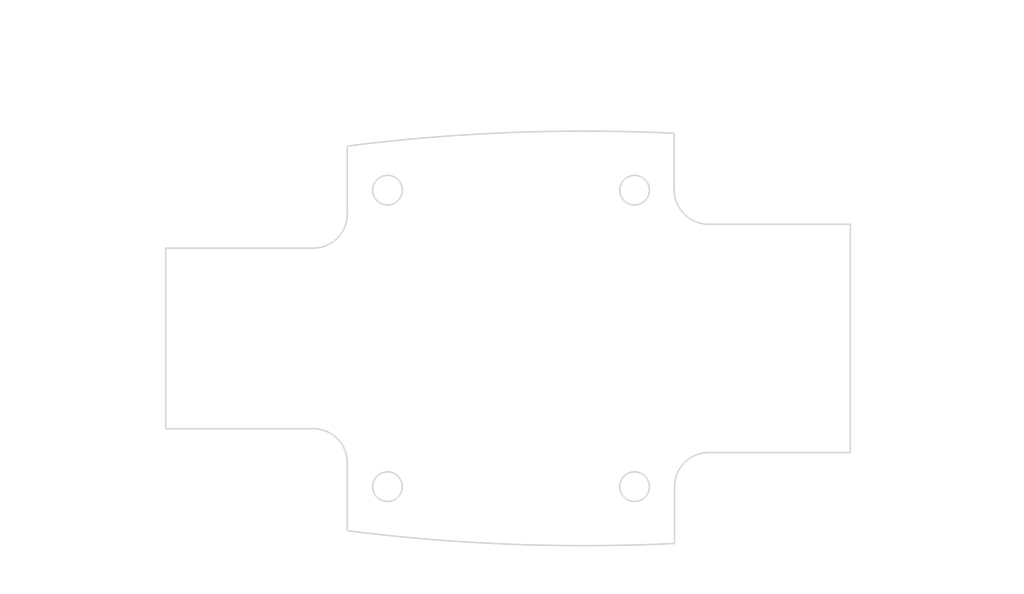
<source format=kicad_pcb>
(kicad_pcb (version 20190605) (host pcbnew "(5.99.0-29-gc3274e15f-dirty)")

  (general
    (thickness 1.6002)
    (drawings 30)
    (tracks 0)
    (modules 0)
    (nets 1)
  )

  (page "USLetter")
  (title_block
    (rev "1")
  )

  (layers
    (0 "Front" signal)
    (1 "In1.Cu" signal)
    (2 "In2.Cu" signal)
    (31 "Back" signal)
    (34 "B.Paste" user)
    (35 "F.Paste" user)
    (36 "B.SilkS" user)
    (37 "F.SilkS" user)
    (38 "B.Mask" user)
    (39 "F.Mask" user)
    (40 "Dwgs.User" user)
    (44 "Edge.Cuts" user)
    (45 "Margin" user)
    (46 "B.CrtYd" user)
    (47 "F.CrtYd" user)
    (49 "F.Fab" user)
  )

  (setup
    (last_trace_width 0.254)
    (user_trace_width 0.127)
    (user_trace_width 0.254)
    (user_trace_width 0.508)
    (user_trace_width 0.762)
    (trace_clearance 0.1524)
    (zone_clearance 0.508)
    (zone_45_only no)
    (trace_min 0.127)
    (via_size 0.6858)
    (via_drill 0.3302)
    (via_min_size 0.4572)
    (via_min_drill 0.254)
    (user_via 0.6858 0.3302)
    (user_via 0.889 0.381)
    (uvia_size 0.6858)
    (uvia_drill 0.3302)
    (uvias_allowed no)
    (uvia_min_size 0)
    (uvia_min_drill 0)
    (max_error 0.005)
    (defaults
      (edge_clearance 0.01)
      (edge_cuts_line_width 0.0381)
      (courtyard_line_width 0.05)
      (copper_line_width 0.254)
      (copper_text_dims (size 1.524 1.524) (thickness 0.3048) keep_upright)
      (silk_line_width 0.127)
      (silk_text_dims (size 0.762 0.762) (thickness 0.127) keep_upright)
      (other_layers_line_width 0.1)
      (other_layers_text_dims (size 1 1) (thickness 0.15) keep_upright)
    )
    (pad_size 1.524 1.524)
    (pad_drill 0.762)
    (pad_to_mask_clearance 0)
    (solder_mask_min_width 0.1016)
    (aux_axis_origin 0 0)
    (visible_elements FFFFFF7F)
    (pcbplotparams
      (layerselection 0x010fc_ffffffff)
      (usegerberextensions false)
      (usegerberattributes false)
      (usegerberadvancedattributes false)
      (creategerberjobfile false)
      (excludeedgelayer true)
      (linewidth 0.152400)
      (plotframeref false)
      (viasonmask false)
      (mode 1)
      (useauxorigin false)
      (hpglpennumber 1)
      (hpglpenspeed 20)
      (hpglpendiameter 15.000000)
      (psnegative false)
      (psa4output false)
      (plotreference true)
      (plotvalue false)
      (plotinvisibletext false)
      (padsonsilk false)
      (subtractmaskfromsilk true)
      (outputformat 1)
      (mirror false)
      (drillshape 0)
      (scaleselection 1)
      (outputdirectory "./gerbers"))
  )

  (net 0 "")

  (net_class "Default" "This is the default net class."
    (clearance 0.1524)
    (trace_width 0.254)
    (via_dia 0.6858)
    (via_drill 0.3302)
    (uvia_dia 0.6858)
    (uvia_drill 0.3302)
    (diff_pair_width 0.1524)
    (diff_pair_gap 0.254)
  )

  (gr_text "1553AA" (at 172 142.7) (layer "Dwgs.User")
    (effects (font (size 2 2) (thickness 0.15)))
  )
  (dimension 3 (width 0.1) (layer "Dwgs.User")
    (gr_text "3.000 mm" (at 157.74207 93.05) (layer "Dwgs.User")
      (effects (font (size 1 1) (thickness 0.15)))
    )
    (feature1 (pts (xy 159.24207 103.263076) (xy 159.24207 93.713579)))
    (feature2 (pts (xy 156.24207 103.263076) (xy 156.24207 93.713579)))
    (crossbar (pts (xy 156.24207 94.3) (xy 159.24207 94.3)))
    (arrow1a (pts (xy 159.24207 94.3) (xy 158.115566 94.886421)))
    (arrow1b (pts (xy 159.24207 94.3) (xy 158.115566 93.713579)))
    (arrow2a (pts (xy 156.24207 94.3) (xy 157.368574 94.886421)))
    (arrow2b (pts (xy 156.24207 94.3) (xy 157.368574 93.713579)))
  )
  (dimension 41.9 (width 0.1) (layer "Dwgs.User")
    (gr_text "41.900 mm" (at 195.75 118.25 -90) (layer "Dwgs.User")
      (effects (font (size 1 1) (thickness 0.15)))
    )
    (feature1 (pts (xy 153 97.3) (xy 195.086421 97.3)))
    (feature2 (pts (xy 153 139.2) (xy 195.086421 139.2)))
    (crossbar (pts (xy 194.5 139.2) (xy 194.5 97.3)))
    (arrow1a (pts (xy 194.5 97.3) (xy 195.086421 98.426504)))
    (arrow1b (pts (xy 194.5 97.3) (xy 193.913579 98.426504)))
    (arrow2a (pts (xy 194.5 139.2) (xy 195.086421 138.073496)))
    (arrow2b (pts (xy 194.5 139.2) (xy 193.913579 138.073496)))
  )
  (dimension 25 (width 0.1) (layer "Dwgs.User")
    (gr_text "25.000 mm" (at 145.24207 143.149999) (layer "Dwgs.User")
      (effects (font (size 1 1) (thickness 0.15)))
    )
    (feature1 (pts (xy 157.74207 133.263076) (xy 157.74207 142.48642)))
    (feature2 (pts (xy 132.74207 133.263076) (xy 132.74207 142.48642)))
    (crossbar (pts (xy 132.74207 141.899999) (xy 157.74207 141.899999)))
    (arrow1a (pts (xy 157.74207 141.899999) (xy 156.615566 142.48642)))
    (arrow1b (pts (xy 157.74207 141.899999) (xy 156.615566 141.313578)))
    (arrow2a (pts (xy 132.74207 141.899999) (xy 133.868574 142.48642)))
    (arrow2b (pts (xy 132.74207 141.899999) (xy 133.868574 141.313578)))
  )
  (dimension 22.437318 (width 0.1) (layer "Dwgs.User")
    (gr_text "22.437 mm" (at 121.523411 143.15) (layer "Dwgs.User")
      (effects (font (size 1 1) (thickness 0.15)))
    )
    (feature1 (pts (xy 132.74207 127.397703) (xy 132.74207 142.486421)))
    (feature2 (pts (xy 110.304752 127.397703) (xy 110.304752 142.486421)))
    (crossbar (pts (xy 110.304752 141.9) (xy 132.74207 141.9)))
    (arrow1a (pts (xy 132.74207 141.9) (xy 131.615566 142.486421)))
    (arrow1b (pts (xy 132.74207 141.9) (xy 131.615566 141.313579)))
    (arrow2a (pts (xy 110.304752 141.9) (xy 111.431256 142.486421)))
    (arrow2b (pts (xy 110.304752 141.9) (xy 111.431256 141.313579)))
  )
  (dimension 23.091255 (width 0.1) (layer "Dwgs.User")
    (gr_text "23.09 mm" (at 190.45 118.261792 -90) (layer "Dwgs.User")
      (effects (font (size 1 1) (thickness 0.15)))
    )
    (feature1 (pts (xy 179.568352 106.716166) (xy 189.78642 106.716165)))
    (feature2 (pts (xy 179.568355 129.807421) (xy 189.786423 129.80742)))
    (crossbar (pts (xy 189.200002 129.80742) (xy 189.199999 106.716165)))
    (arrow1a (pts (xy 189.199999 106.716165) (xy 189.78642 107.842669)))
    (arrow1b (pts (xy 189.199999 106.716165) (xy 188.613578 107.842669)))
    (arrow2a (pts (xy 189.200002 129.80742) (xy 189.786423 128.680916)))
    (arrow2b (pts (xy 189.200002 129.80742) (xy 188.613581 128.680916)))
  )
  (dimension 18.271819 (width 0.1) (layer "Dwgs.User")
    (gr_text "18.27 mm" (at 104.45 118.261793 270) (layer "Dwgs.User")
      (effects (font (size 1 1) (thickness 0.15)))
    )
    (feature1 (pts (xy 110.304752 127.397703) (xy 105.113579 127.397703)))
    (feature2 (pts (xy 110.304752 109.125884) (xy 105.113579 109.125884)))
    (crossbar (pts (xy 105.7 109.125884) (xy 105.7 127.397703)))
    (arrow1a (pts (xy 105.7 127.397703) (xy 105.113579 126.271199)))
    (arrow1b (pts (xy 105.7 127.397703) (xy 106.286421 126.271199)))
    (arrow2a (pts (xy 105.7 109.125884) (xy 105.113579 110.252388)))
    (arrow2b (pts (xy 105.7 109.125884) (xy 106.286421 110.252388)))
  )
  (dimension 30 (width 0.1) (layer "Dwgs.User")
    (gr_text "30.000 mm" (at 99.85 118.263076 270) (layer "Dwgs.User")
      (effects (font (size 1 1) (thickness 0.15)))
    )
    (feature1 (pts (xy 132.74207 133.263076) (xy 100.513579 133.263076)))
    (feature2 (pts (xy 132.74207 103.263076) (xy 100.513579 103.263076)))
    (crossbar (pts (xy 101.1 103.263076) (xy 101.1 133.263076)))
    (arrow1a (pts (xy 101.1 133.263076) (xy 100.513579 132.136572)))
    (arrow1b (pts (xy 101.1 133.263076) (xy 101.686421 132.136572)))
    (arrow2a (pts (xy 101.1 103.263076) (xy 100.513579 104.38958)))
    (arrow2b (pts (xy 101.1 103.263076) (xy 101.686421 104.38958)))
  )
  (dimension 38.916887 (width 0.1) (layer "Dwgs.User")
    (gr_text "38.92 mm" (at 94.952667 118.261183 270) (layer "Dwgs.User")
      (effects (font (size 1 1) (thickness 0.15)))
    )
    (feature1 (pts (xy 128.671192 137.719324) (xy 95.616421 137.719621)))
    (feature2 (pts (xy 128.670842 98.802437) (xy 95.616071 98.802734)))
    (crossbar (pts (xy 96.202492 98.802729) (xy 96.202842 137.719616)))
    (arrow1a (pts (xy 96.202842 137.719616) (xy 95.616411 136.593118)))
    (arrow1b (pts (xy 96.202842 137.719616) (xy 96.789253 136.593107)))
    (arrow2a (pts (xy 96.202492 98.802729) (xy 95.616081 99.929238)))
    (arrow2b (pts (xy 96.202492 98.802729) (xy 96.788923 99.929227)))
  )
  (dimension 69.2636 (width 0.1) (layer "Dwgs.User")
    (gr_text "69.26 mm" (at 144.936552 84.770444) (layer "Dwgs.User")
      (effects (font (size 1 1) (thickness 0.15)))
    )
    (feature1 (pts (xy 110.304752 106.716166) (xy 110.304752 85.434023)))
    (feature2 (pts (xy 179.568352 106.716166) (xy 179.568352 85.434023)))
    (crossbar (pts (xy 179.568352 86.020444) (xy 110.304752 86.020444)))
    (arrow1a (pts (xy 110.304752 86.020444) (xy 111.431256 85.434023)))
    (arrow1b (pts (xy 110.304752 86.020444) (xy 111.431256 86.606865)))
    (arrow2a (pts (xy 179.568352 86.020444) (xy 178.441848 85.434023)))
    (arrow2b (pts (xy 179.568352 86.020444) (xy 178.441848 86.606865)))
  )
  (gr_line (start 110.304752 109.125884) (end 125.242479 109.125884) (layer "Edge.Cuts") (width 0.15))
  (gr_line (start 125.242479 127.397703) (end 110.304752 127.397703) (layer "Edge.Cuts") (width 0.15))
  (gr_line (start 110.304752 127.397703) (end 110.304752 109.125884) (layer "Edge.Cuts") (width 0.15))
  (gr_arc (start 125.242479 105.697521) (end 125.242479 109.125884) (angle -90) (layer "Edge.Cuts") (width 0.15))
  (gr_line (start 128.670842 105.697521) (end 128.670842 98.802437) (layer "Edge.Cuts") (width 0.15))
  (gr_line (start 165.268693 106.716168) (end 179.568352 106.716166) (layer "Edge.Cuts") (width 0.15))
  (gr_circle (center 157.74207 103.263076) (end 159.24207 103.263076) (layer "Edge.Cuts") (width 0.15))
  (gr_line (start 128.671192 137.719324) (end 128.671192 130.826415) (layer "Edge.Cuts") (width 0.15))
  (gr_circle (center 132.74207 133.263076) (end 134.24207 133.263076) (layer "Edge.Cuts") (width 0.15))
  (gr_arc (start 165.242066 133.263082) (end 165.242066 129.807421) (angle -90.00000754) (layer "Edge.Cuts") (width 0.15))
  (gr_line (start 161.744197 97.509177) (end 161.744197 103.191673) (layer "Edge.Cuts") (width 0.15))
  (gr_line (start 161.786405 133.263083) (end 161.786406 139.009507) (layer "Edge.Cuts") (width 0.15))
  (gr_arc (start 125.242479 130.826415) (end 128.671192 130.826415) (angle -89.99999246) (layer "Edge.Cuts") (width 0.15))
  (gr_arc (start 152.622766 287.790677) (end 161.744197 97.509177) (angle -9.967482052) (layer "Edge.Cuts") (width 0.15))
  (gr_line (start 179.568355 129.807421) (end 165.242066 129.807421) (layer "Edge.Cuts") (width 0.15))
  (gr_line (start 179.568352 106.716166) (end 179.568355 129.807421) (layer "Edge.Cuts") (width 0.15))
  (gr_arc (start 152.617025 -51.269689) (end 128.671192 137.719324) (angle -9.980073532) (layer "Edge.Cuts") (width 0.15))
  (gr_arc (start 165.268692 103.191673) (end 161.744197 103.191673) (angle -90.00000754) (layer "Edge.Cuts") (width 0.15))
  (gr_circle (center 132.74207 103.263076) (end 134.24207 103.263076) (layer "Edge.Cuts") (width 0.15))
  (gr_circle (center 157.74207 133.263076) (end 159.24207 133.263076) (layer "Edge.Cuts") (width 0.15))

)

</source>
